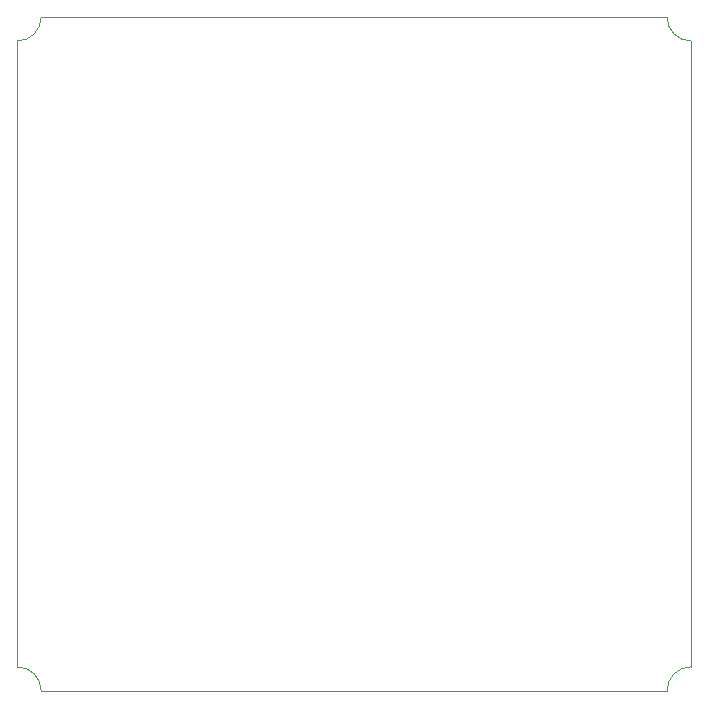
<source format=gbr>
%TF.GenerationSoftware,KiCad,Pcbnew,(6.0.0)*%
%TF.CreationDate,2023-05-26T23:18:24+03:00*%
%TF.ProjectId,uni_mcu_pcb,756e695f-6d63-4755-9f70-63622e6b6963,rev?*%
%TF.SameCoordinates,Original*%
%TF.FileFunction,Profile,NP*%
%FSLAX46Y46*%
G04 Gerber Fmt 4.6, Leading zero omitted, Abs format (unit mm)*
G04 Created by KiCad (PCBNEW (6.0.0)) date 2023-05-26 23:18:24*
%MOMM*%
%LPD*%
G01*
G04 APERTURE LIST*
%TA.AperFunction,Profile*%
%ADD10C,0.100000*%
%TD*%
G04 APERTURE END LIST*
D10*
X145000000Y-176500000D02*
G75*
G03*
X143000000Y-178500000I-1J-1999999D01*
G01*
X143000000Y-121500000D02*
G75*
G03*
X145000000Y-123500000I1999999J-1D01*
G01*
X88000000Y-123500000D02*
G75*
G03*
X90000000Y-121500000I1J1999999D01*
G01*
X143000000Y-121500000D02*
X90000000Y-121500000D01*
X145000000Y-176500000D02*
X145000000Y-123500000D01*
X90000000Y-178500000D02*
G75*
G03*
X88000000Y-176500000I-1999999J1D01*
G01*
X90000000Y-178500000D02*
X143000000Y-178500000D01*
X88000000Y-123500000D02*
X88000000Y-176500000D01*
M02*

</source>
